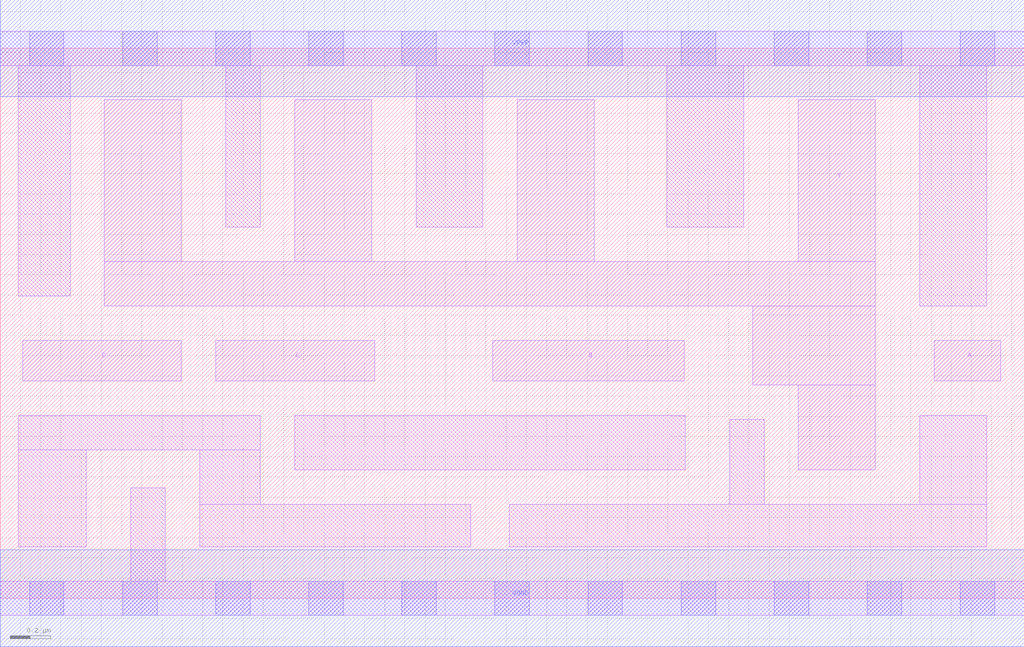
<source format=lef>
# Copyright 2020 The SkyWater PDK Authors
#
# Licensed under the Apache License, Version 2.0 (the "License");
# you may not use this file except in compliance with the License.
# You may obtain a copy of the License at
#
#     https://www.apache.org/licenses/LICENSE-2.0
#
# Unless required by applicable law or agreed to in writing, software
# distributed under the License is distributed on an "AS IS" BASIS,
# WITHOUT WARRANTIES OR CONDITIONS OF ANY KIND, either express or implied.
# See the License for the specific language governing permissions and
# limitations under the License.
#
# SPDX-License-Identifier: Apache-2.0

VERSION 5.7 ;
BUSBITCHARS "[]" ;
DIVIDERCHAR "/" ;
PROPERTYDEFINITIONS
  MACRO maskLayoutSubType STRING ;
  MACRO prCellType STRING ;
  MACRO originalViewName STRING ;
END PROPERTYDEFINITIONS
MACRO sky130_fd_sc_hdll__nand4_2
  ORIGIN  0.000000  0.000000 ;
  CLASS CORE ;
  SYMMETRY X Y R90 ;
  SIZE  5.060000 BY  2.720000 ;
  SITE unithd ;
  PIN A
    ANTENNAGATEAREA  0.555000 ;
    DIRECTION INPUT ;
    USE SIGNAL ;
    PORT
      LAYER li1 ;
        RECT 4.615000 1.075000 4.945000 1.275000 ;
    END
  END A
  PIN B
    ANTENNAGATEAREA  0.555000 ;
    DIRECTION INPUT ;
    USE SIGNAL ;
    PORT
      LAYER li1 ;
        RECT 2.435000 1.075000 3.380000 1.275000 ;
    END
  END B
  PIN C
    ANTENNAGATEAREA  0.555000 ;
    DIRECTION INPUT ;
    USE SIGNAL ;
    PORT
      LAYER li1 ;
        RECT 1.065000 1.075000 1.850000 1.275000 ;
    END
  END C
  PIN D
    ANTENNAGATEAREA  0.555000 ;
    DIRECTION INPUT ;
    USE SIGNAL ;
    PORT
      LAYER li1 ;
        RECT 0.110000 1.075000 0.895000 1.275000 ;
    END
  END D
  PIN Y
    ANTENNADIFFAREA  1.368000 ;
    DIRECTION OUTPUT ;
    USE SIGNAL ;
    PORT
      LAYER li1 ;
        RECT 0.515000 1.445000 4.325000 1.665000 ;
        RECT 0.515000 1.665000 0.895000 2.465000 ;
        RECT 1.455000 1.665000 1.835000 2.465000 ;
        RECT 2.555000 1.665000 2.935000 2.465000 ;
        RECT 3.720000 1.055000 4.325000 1.445000 ;
        RECT 3.945000 0.635000 4.325000 1.055000 ;
        RECT 3.945000 1.665000 4.325000 2.465000 ;
    END
  END Y
  PIN VGND
    DIRECTION INOUT ;
    USE GROUND ;
    PORT
      LAYER met1 ;
        RECT 0.000000 -0.240000 5.060000 0.240000 ;
    END
  END VGND
  PIN VPWR
    DIRECTION INOUT ;
    USE POWER ;
    PORT
      LAYER met1 ;
        RECT 0.000000 2.480000 5.060000 2.960000 ;
    END
  END VPWR
  OBS
    LAYER li1 ;
      RECT 0.000000 -0.085000 5.060000 0.085000 ;
      RECT 0.000000  2.635000 5.060000 2.805000 ;
      RECT 0.090000  0.255000 0.425000 0.735000 ;
      RECT 0.090000  0.735000 1.285000 0.905000 ;
      RECT 0.090000  1.495000 0.345000 2.635000 ;
      RECT 0.645000  0.085000 0.815000 0.545000 ;
      RECT 0.985000  0.255000 2.325000 0.465000 ;
      RECT 0.985000  0.465000 1.285000 0.735000 ;
      RECT 1.115000  1.835000 1.285000 2.635000 ;
      RECT 1.455000  0.635000 3.385000 0.905000 ;
      RECT 2.055000  1.835000 2.385000 2.635000 ;
      RECT 2.515000  0.255000 4.875000 0.465000 ;
      RECT 3.295000  1.835000 3.675000 2.635000 ;
      RECT 3.605000  0.465000 3.775000 0.885000 ;
      RECT 4.545000  0.465000 4.875000 0.905000 ;
      RECT 4.545000  1.445000 4.875000 2.635000 ;
    LAYER mcon ;
      RECT 0.145000 -0.085000 0.315000 0.085000 ;
      RECT 0.145000  2.635000 0.315000 2.805000 ;
      RECT 0.605000 -0.085000 0.775000 0.085000 ;
      RECT 0.605000  2.635000 0.775000 2.805000 ;
      RECT 1.065000 -0.085000 1.235000 0.085000 ;
      RECT 1.065000  2.635000 1.235000 2.805000 ;
      RECT 1.525000 -0.085000 1.695000 0.085000 ;
      RECT 1.525000  2.635000 1.695000 2.805000 ;
      RECT 1.985000 -0.085000 2.155000 0.085000 ;
      RECT 1.985000  2.635000 2.155000 2.805000 ;
      RECT 2.445000 -0.085000 2.615000 0.085000 ;
      RECT 2.445000  2.635000 2.615000 2.805000 ;
      RECT 2.905000 -0.085000 3.075000 0.085000 ;
      RECT 2.905000  2.635000 3.075000 2.805000 ;
      RECT 3.365000 -0.085000 3.535000 0.085000 ;
      RECT 3.365000  2.635000 3.535000 2.805000 ;
      RECT 3.825000 -0.085000 3.995000 0.085000 ;
      RECT 3.825000  2.635000 3.995000 2.805000 ;
      RECT 4.285000 -0.085000 4.455000 0.085000 ;
      RECT 4.285000  2.635000 4.455000 2.805000 ;
      RECT 4.745000 -0.085000 4.915000 0.085000 ;
      RECT 4.745000  2.635000 4.915000 2.805000 ;
  END
  PROPERTY maskLayoutSubType "abstract" ;
  PROPERTY prCellType "standard" ;
  PROPERTY originalViewName "layout" ;
END sky130_fd_sc_hdll__nand4_2
END LIBRARY

</source>
